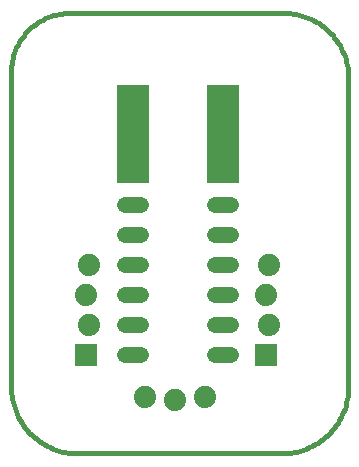
<source format=gtl>
G75*
G70*
%OFA0B0*%
%FSLAX24Y24*%
%IPPOS*%
%LPD*%
%AMOC8*
5,1,8,0,0,1.08239X$1,22.5*
%
%ADD10R,0.1059X0.3274*%
%ADD11R,0.1059X0.3274*%
%ADD12C,0.0160*%
%ADD13C,0.0520*%
%ADD14R,0.0740X0.0740*%
%ADD15C,0.0740*%
D10*
X004252Y010852D03*
D11*
X007261Y010836D03*
D12*
X000189Y008109D02*
X000189Y002422D01*
X000192Y002316D01*
X000199Y002210D01*
X000212Y002104D01*
X000229Y001999D01*
X000252Y001895D01*
X000280Y001792D01*
X000312Y001691D01*
X000349Y001591D01*
X000391Y001494D01*
X000437Y001398D01*
X000488Y001305D01*
X000544Y001214D01*
X000603Y001126D01*
X000667Y001040D01*
X000735Y000958D01*
X000806Y000880D01*
X000882Y000804D01*
X000960Y000733D01*
X001042Y000665D01*
X001128Y000601D01*
X001216Y000542D01*
X001306Y000486D01*
X001400Y000435D01*
X001496Y000389D01*
X001593Y000347D01*
X001693Y000310D01*
X001794Y000278D01*
X001897Y000250D01*
X002001Y000227D01*
X002106Y000210D01*
X002212Y000197D01*
X002318Y000190D01*
X002424Y000187D01*
X005587Y000187D01*
X005582Y000189D02*
X009211Y000189D01*
X009317Y000192D01*
X009422Y000199D01*
X009527Y000212D01*
X009631Y000229D01*
X009734Y000252D01*
X009836Y000279D01*
X009937Y000311D01*
X010036Y000348D01*
X010133Y000390D01*
X010228Y000436D01*
X010321Y000486D01*
X010411Y000541D01*
X010499Y000601D01*
X010583Y000664D01*
X010665Y000731D01*
X010743Y000802D01*
X010818Y000877D01*
X010889Y000955D01*
X010956Y001037D01*
X011019Y001121D01*
X011079Y001209D01*
X011134Y001299D01*
X011184Y001392D01*
X011230Y001487D01*
X011272Y001584D01*
X011309Y001683D01*
X011341Y001784D01*
X011368Y001886D01*
X011391Y001989D01*
X011408Y002093D01*
X011421Y002198D01*
X011428Y002303D01*
X011431Y002409D01*
X011431Y007508D01*
X011433Y007207D02*
X011433Y012717D01*
X011432Y012717D02*
X011430Y012819D01*
X011422Y012921D01*
X011410Y013023D01*
X011393Y013124D01*
X011371Y013224D01*
X011345Y013323D01*
X011314Y013421D01*
X011278Y013516D01*
X011238Y013611D01*
X011193Y013703D01*
X011144Y013792D01*
X011091Y013880D01*
X011033Y013965D01*
X010972Y014047D01*
X010907Y014126D01*
X010838Y014201D01*
X010765Y014274D01*
X010690Y014343D01*
X010611Y014408D01*
X010529Y014469D01*
X010444Y014527D01*
X010356Y014580D01*
X010267Y014629D01*
X010175Y014674D01*
X010080Y014714D01*
X009985Y014750D01*
X009887Y014781D01*
X009788Y014807D01*
X009688Y014829D01*
X009587Y014846D01*
X009485Y014858D01*
X009383Y014866D01*
X009281Y014868D01*
X006441Y014868D01*
X006442Y014869D02*
X002154Y014869D01*
X002061Y014867D01*
X001967Y014860D01*
X001874Y014849D01*
X001782Y014833D01*
X001691Y014814D01*
X001600Y014789D01*
X001511Y014761D01*
X001424Y014728D01*
X001338Y014691D01*
X001254Y014651D01*
X001171Y014606D01*
X001092Y014557D01*
X001014Y014505D01*
X000939Y014449D01*
X000867Y014389D01*
X000798Y014326D01*
X000732Y014260D01*
X000669Y014191D01*
X000609Y014119D01*
X000553Y014044D01*
X000501Y013966D01*
X000452Y013887D01*
X000407Y013804D01*
X000367Y013720D01*
X000330Y013634D01*
X000297Y013547D01*
X000269Y013458D01*
X000244Y013367D01*
X000225Y013276D01*
X000209Y013184D01*
X000198Y013091D01*
X000191Y012997D01*
X000189Y012904D01*
X000189Y008104D01*
D13*
X003993Y008468D02*
X004513Y008468D01*
X004513Y009468D02*
X003993Y009468D01*
X003993Y007468D02*
X004513Y007468D01*
X004513Y006468D02*
X003993Y006468D01*
X003993Y005468D02*
X004513Y005468D01*
X004513Y004468D02*
X003993Y004468D01*
X003993Y003468D02*
X004513Y003468D01*
X006993Y003468D02*
X007513Y003468D01*
X007513Y004468D02*
X006993Y004468D01*
X006993Y005468D02*
X007513Y005468D01*
X007513Y006468D02*
X006993Y006468D01*
X006993Y007468D02*
X007513Y007468D01*
X007513Y008468D02*
X006993Y008468D01*
X006993Y009468D02*
X007513Y009468D01*
D14*
X008703Y003468D03*
X002703Y003468D03*
D15*
X002803Y004468D03*
X002703Y005468D03*
X002803Y006468D03*
X004658Y002054D03*
X005658Y001954D03*
X006658Y002054D03*
X008803Y004468D03*
X008703Y005468D03*
X008803Y006468D03*
M02*

</source>
